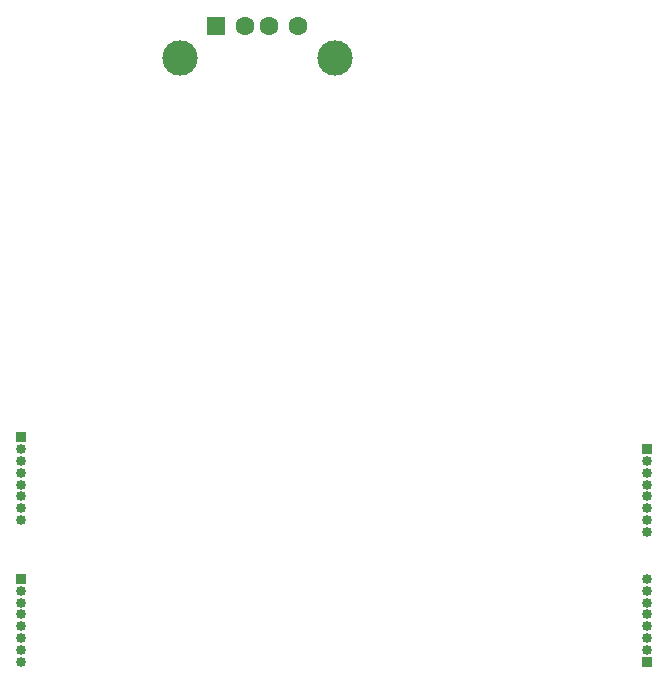
<source format=gbr>
%TF.GenerationSoftware,KiCad,Pcbnew,(6.0.5)*%
%TF.CreationDate,2022-06-16T01:18:26+03:00*%
%TF.ProjectId,P2_Neata_Adrian+Radulescu,50325f4e-6561-4746-915f-41647269616e,rev?*%
%TF.SameCoordinates,Original*%
%TF.FileFunction,Soldermask,Bot*%
%TF.FilePolarity,Negative*%
%FSLAX46Y46*%
G04 Gerber Fmt 4.6, Leading zero omitted, Abs format (unit mm)*
G04 Created by KiCad (PCBNEW (6.0.5)) date 2022-06-16 01:18:26*
%MOMM*%
%LPD*%
G01*
G04 APERTURE LIST*
%ADD10O,0.850000X0.850000*%
%ADD11R,0.850000X0.850000*%
%ADD12R,1.600000X1.500000*%
%ADD13C,1.600000*%
%ADD14C,3.000000*%
G04 APERTURE END LIST*
D10*
%TO.C,J1*%
X93000000Y-90000000D03*
X93000000Y-89000000D03*
X93000000Y-88000000D03*
X93000000Y-87000000D03*
X93000000Y-86000000D03*
X93000000Y-85000000D03*
X93000000Y-84000000D03*
D11*
X93000000Y-83000000D03*
%TD*%
%TO.C,J2*%
X93000000Y-101000000D03*
D10*
X93000000Y-100000000D03*
X93000000Y-99000000D03*
X93000000Y-98000000D03*
X93000000Y-97000000D03*
X93000000Y-96000000D03*
X93000000Y-95000000D03*
X93000000Y-94000000D03*
%TD*%
D11*
%TO.C,J3*%
X40000000Y-82000000D03*
D10*
X40000000Y-83000000D03*
X40000000Y-84000000D03*
X40000000Y-85000000D03*
X40000000Y-86000000D03*
X40000000Y-87000000D03*
X40000000Y-88000000D03*
X40000000Y-89000000D03*
%TD*%
D11*
%TO.C,J4*%
X40000000Y-94000000D03*
D10*
X40000000Y-95000000D03*
X40000000Y-96000000D03*
X40000000Y-97000000D03*
X40000000Y-98000000D03*
X40000000Y-99000000D03*
X40000000Y-100000000D03*
X40000000Y-101000000D03*
%TD*%
D12*
%TO.C,USB*%
X56500000Y-47140000D03*
D13*
X59000000Y-47140000D03*
X61000000Y-47140000D03*
X63500000Y-47140000D03*
D14*
X53430000Y-49850000D03*
X66570000Y-49850000D03*
%TD*%
M02*

</source>
